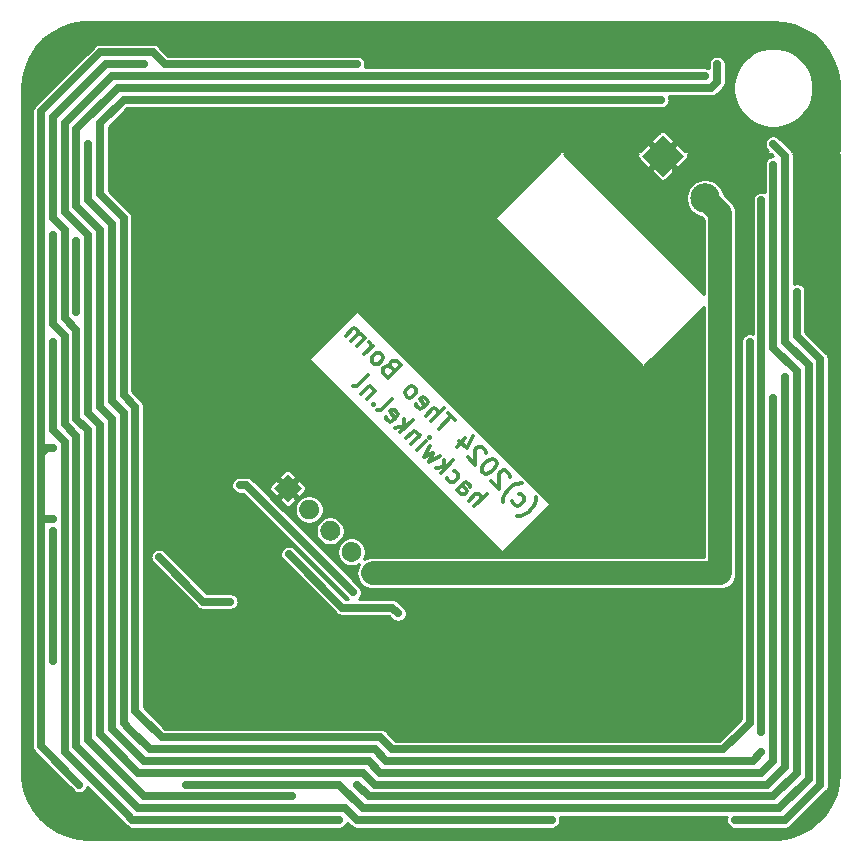
<source format=gbr>
%TF.GenerationSoftware,KiCad,Pcbnew,5.1.9+dfsg1-1+deb11u1*%
%TF.CreationDate,2024-07-25T19:41:34+02:00*%
%TF.ProjectId,label1,6c616265-6c31-42e6-9b69-6361645f7063,rev?*%
%TF.SameCoordinates,Original*%
%TF.FileFunction,Copper,L2,Bot*%
%TF.FilePolarity,Positive*%
%FSLAX46Y46*%
G04 Gerber Fmt 4.6, Leading zero omitted, Abs format (unit mm)*
G04 Created by KiCad (PCBNEW 5.1.9+dfsg1-1+deb11u1) date 2024-07-25 19:41:34*
%MOMM*%
%LPD*%
G01*
G04 APERTURE LIST*
%TA.AperFunction,NonConductor*%
%ADD10C,0.300000*%
%TD*%
%TA.AperFunction,ComponentPad*%
%ADD11C,2.500000*%
%TD*%
%TA.AperFunction,ComponentPad*%
%ADD12C,0.100000*%
%TD*%
%TA.AperFunction,ViaPad*%
%ADD13C,0.500000*%
%TD*%
%TA.AperFunction,Conductor*%
%ADD14C,0.700000*%
%TD*%
%TA.AperFunction,Conductor*%
%ADD15C,2.000000*%
%TD*%
%TA.AperFunction,Conductor*%
%ADD16C,0.250000*%
%TD*%
%TA.AperFunction,Conductor*%
%ADD17C,0.100000*%
%TD*%
G04 APERTURE END LIST*
D10*
X62316029Y-62280674D02*
X62417044Y-62280674D01*
X62669583Y-62230166D01*
X62821105Y-62179659D01*
X63023136Y-62078644D01*
X63326182Y-61876613D01*
X63528212Y-61674583D01*
X63730243Y-61371537D01*
X63831258Y-61169506D01*
X63881766Y-61017983D01*
X63932273Y-60765445D01*
X63932273Y-60664430D01*
X61911968Y-60967476D02*
X61962476Y-61118999D01*
X62164506Y-61321029D01*
X62316029Y-61371537D01*
X62417044Y-61371537D01*
X62568567Y-61321029D01*
X62871613Y-61017983D01*
X62922121Y-60866461D01*
X62922121Y-60765445D01*
X62871613Y-60613922D01*
X62669583Y-60411892D01*
X62518060Y-60361384D01*
X61103846Y-61068491D02*
X61103846Y-60967476D01*
X61154354Y-60714938D01*
X61204861Y-60563415D01*
X61305877Y-60361384D01*
X61507907Y-60058339D01*
X61709938Y-59856308D01*
X62012983Y-59654277D01*
X62215014Y-59553262D01*
X62366537Y-59502755D01*
X62619075Y-59452247D01*
X62720090Y-59452247D01*
X61709938Y-58947171D02*
X61709938Y-58846155D01*
X61659430Y-58694633D01*
X61406892Y-58442094D01*
X61255369Y-58391587D01*
X61154354Y-58391587D01*
X61002831Y-58442094D01*
X60901816Y-58543110D01*
X60800800Y-58745140D01*
X60800800Y-59957323D01*
X60144201Y-59300724D01*
X60548262Y-57583465D02*
X60447247Y-57482450D01*
X60295724Y-57431942D01*
X60194709Y-57431942D01*
X60043186Y-57482450D01*
X59790648Y-57633972D01*
X59538110Y-57886511D01*
X59386587Y-58139049D01*
X59336079Y-58290572D01*
X59336079Y-58391587D01*
X59386587Y-58543110D01*
X59487602Y-58644125D01*
X59639125Y-58694633D01*
X59740140Y-58694633D01*
X59891663Y-58644125D01*
X60144201Y-58492602D01*
X60396739Y-58240064D01*
X60548262Y-57987526D01*
X60598770Y-57836003D01*
X60598770Y-57734988D01*
X60548262Y-57583465D01*
X59689633Y-56926866D02*
X59689633Y-56825850D01*
X59639125Y-56674327D01*
X59386587Y-56421789D01*
X59235064Y-56371282D01*
X59134049Y-56371282D01*
X58982526Y-56421789D01*
X58881511Y-56522805D01*
X58780495Y-56724835D01*
X58780495Y-57937018D01*
X58123896Y-57280419D01*
X57921866Y-55664175D02*
X57214759Y-56371282D01*
X58578465Y-55512652D02*
X58073388Y-56522805D01*
X57416789Y-55866205D01*
X57063236Y-54098438D02*
X56457144Y-53492347D01*
X55699530Y-54856053D02*
X56760190Y-53795393D01*
X55042931Y-54199454D02*
X56103591Y-53138794D01*
X54588362Y-53744885D02*
X55143946Y-53189301D01*
X55295469Y-53138794D01*
X55446992Y-53189301D01*
X55598515Y-53340824D01*
X55649022Y-53492347D01*
X55649022Y-53593362D01*
X53729733Y-52785240D02*
X53780240Y-52936763D01*
X53982271Y-53138794D01*
X54133794Y-53189301D01*
X54285316Y-53138794D01*
X54689377Y-52734733D01*
X54739885Y-52583210D01*
X54689377Y-52431687D01*
X54487347Y-52229656D01*
X54335824Y-52179149D01*
X54184301Y-52229656D01*
X54083286Y-52330672D01*
X54487347Y-52936763D01*
X53022626Y-52179149D02*
X53174149Y-52229656D01*
X53275164Y-52229656D01*
X53426687Y-52179149D01*
X53729733Y-51876103D01*
X53780240Y-51724580D01*
X53780240Y-51623565D01*
X53729733Y-51472042D01*
X53578210Y-51320519D01*
X53426687Y-51270011D01*
X53325672Y-51270011D01*
X53174149Y-51320519D01*
X52871103Y-51623565D01*
X52820595Y-51775088D01*
X52820595Y-51876103D01*
X52871103Y-52027626D01*
X53022626Y-52179149D01*
X51608412Y-49653767D02*
X51406382Y-49552752D01*
X51305366Y-49552752D01*
X51153844Y-49603260D01*
X51002321Y-49754783D01*
X50951813Y-49906305D01*
X50951813Y-50007321D01*
X51002321Y-50158844D01*
X51406382Y-50562905D01*
X52467042Y-49502244D01*
X52113488Y-49148691D01*
X51961966Y-49098183D01*
X51860950Y-49098183D01*
X51709427Y-49148691D01*
X51608412Y-49249706D01*
X51557905Y-49401229D01*
X51557905Y-49502244D01*
X51608412Y-49653767D01*
X51961966Y-50007321D01*
X50194199Y-49350722D02*
X50345722Y-49401229D01*
X50446737Y-49401229D01*
X50598260Y-49350722D01*
X50901305Y-49047676D01*
X50951813Y-48896153D01*
X50951813Y-48795138D01*
X50901305Y-48643615D01*
X50749783Y-48492092D01*
X50598260Y-48441584D01*
X50497244Y-48441584D01*
X50345722Y-48492092D01*
X50042676Y-48795138D01*
X49992168Y-48946661D01*
X49992168Y-49047676D01*
X50042676Y-49199199D01*
X50194199Y-49350722D01*
X49386077Y-48542600D02*
X50093183Y-47835493D01*
X49891153Y-48037523D02*
X49941660Y-47886000D01*
X49941660Y-47784985D01*
X49891153Y-47633462D01*
X49790138Y-47532447D01*
X48729477Y-47886000D02*
X49436584Y-47178894D01*
X49335569Y-47279909D02*
X49335569Y-47178894D01*
X49285061Y-47027371D01*
X49133538Y-46875848D01*
X48982016Y-46825340D01*
X48830493Y-46875848D01*
X48274909Y-47431432D01*
X48830493Y-46875848D02*
X48881000Y-46724325D01*
X48830493Y-46572802D01*
X48678970Y-46421279D01*
X48527447Y-46370772D01*
X48375924Y-46421279D01*
X47820340Y-46976863D01*
X58669379Y-61432146D02*
X59730039Y-60371486D01*
X58214810Y-60977577D02*
X58770394Y-60421993D01*
X58921917Y-60371486D01*
X59073440Y-60421993D01*
X59224963Y-60573516D01*
X59275470Y-60725039D01*
X59275470Y-60826054D01*
X57255165Y-60017932D02*
X57810749Y-59462348D01*
X57962272Y-59411841D01*
X58113795Y-59462348D01*
X58315825Y-59664379D01*
X58366333Y-59815902D01*
X57305673Y-59967424D02*
X57356180Y-60118947D01*
X57608719Y-60371486D01*
X57760241Y-60421993D01*
X57911764Y-60371486D01*
X58012780Y-60270470D01*
X58063287Y-60118947D01*
X58012780Y-59967424D01*
X57760241Y-59714886D01*
X57709734Y-59563363D01*
X56346028Y-59007780D02*
X56396536Y-59159302D01*
X56598566Y-59361333D01*
X56750089Y-59411841D01*
X56851104Y-59411841D01*
X57002627Y-59361333D01*
X57305673Y-59058287D01*
X57356180Y-58906764D01*
X57356180Y-58805749D01*
X57305673Y-58654226D01*
X57103642Y-58452196D01*
X56952119Y-58401688D01*
X55840952Y-58603719D02*
X56901612Y-57543058D01*
X56143997Y-58098642D02*
X55436891Y-58199658D01*
X56143997Y-57492551D02*
X56143997Y-58300673D01*
X55790444Y-57138997D02*
X54881307Y-57644074D01*
X55184352Y-56936967D01*
X54477246Y-57240013D01*
X54982322Y-56330875D01*
X53871154Y-56633921D02*
X54578261Y-55926814D01*
X54931814Y-55573261D02*
X54931814Y-55674276D01*
X54830799Y-55674276D01*
X54830799Y-55573261D01*
X54931814Y-55573261D01*
X54830799Y-55674276D01*
X54073185Y-55421738D02*
X53366078Y-56128845D01*
X53972169Y-55522753D02*
X53972169Y-55421738D01*
X53921662Y-55270215D01*
X53770139Y-55118692D01*
X53618616Y-55068185D01*
X53467093Y-55118692D01*
X52911509Y-55674276D01*
X52406433Y-55169200D02*
X53467093Y-54108540D01*
X52709479Y-54664124D02*
X52002372Y-54765139D01*
X52709479Y-54058032D02*
X52709479Y-54866154D01*
X51194250Y-53856002D02*
X51244758Y-54007524D01*
X51446788Y-54209555D01*
X51598311Y-54260063D01*
X51749834Y-54209555D01*
X52153895Y-53805494D01*
X52204402Y-53653971D01*
X52153895Y-53502448D01*
X51951864Y-53300418D01*
X51800341Y-53249910D01*
X51648819Y-53300418D01*
X51547803Y-53401433D01*
X51951864Y-54007524D01*
X50487143Y-53249910D02*
X50638666Y-53300418D01*
X50790189Y-53249910D01*
X51699326Y-52340773D01*
X50184097Y-52744834D02*
X50083082Y-52744834D01*
X50083082Y-52845849D01*
X50184097Y-52845849D01*
X50184097Y-52744834D01*
X50083082Y-52845849D01*
X50285113Y-51633666D02*
X49578006Y-52340773D01*
X50184097Y-51734681D02*
X50184097Y-51633666D01*
X50133590Y-51482143D01*
X49982067Y-51330620D01*
X49830544Y-51280113D01*
X49679021Y-51330620D01*
X49123437Y-51886204D01*
X48466838Y-51229605D02*
X48618361Y-51280113D01*
X48769884Y-51229605D01*
X49679021Y-50320468D01*
D11*
%TO.P,J2,2*%
%TO.N,+5V*%
X78242102Y-35352102D03*
%TA.AperFunction,ComponentPad*%
D12*
%TO.P,J2,1*%
%TO.N,GND*%
G36*
X72882233Y-31760000D02*
G01*
X74650000Y-29992233D01*
X76417767Y-31760000D01*
X74650000Y-33527767D01*
X72882233Y-31760000D01*
G37*
%TD.AperFunction*%
%TD*%
%TO.P,J1,5*%
%TO.N,+5V*%
%TA.AperFunction,ComponentPad*%
G36*
G01*
X49491062Y-67693144D02*
X49491062Y-67693144D01*
G75*
G02*
X49491062Y-66491062I601041J601041D01*
G01*
X49491062Y-66491062D01*
G75*
G02*
X50693144Y-66491062I601041J-601041D01*
G01*
X50693144Y-66491062D01*
G75*
G02*
X50693144Y-67693144I-601041J-601041D01*
G01*
X50693144Y-67693144D01*
G75*
G02*
X49491062Y-67693144I-601041J601041D01*
G01*
G37*
%TD.AperFunction*%
%TO.P,J1,4*%
%TO.N,Net-(J1-Pad4)*%
%TA.AperFunction,ComponentPad*%
G36*
G01*
X47695011Y-65897093D02*
X47695011Y-65897093D01*
G75*
G02*
X47695011Y-64695011I601041J601041D01*
G01*
X47695011Y-64695011D01*
G75*
G02*
X48897093Y-64695011I601041J-601041D01*
G01*
X48897093Y-64695011D01*
G75*
G02*
X48897093Y-65897093I-601041J-601041D01*
G01*
X48897093Y-65897093D01*
G75*
G02*
X47695011Y-65897093I-601041J601041D01*
G01*
G37*
%TD.AperFunction*%
%TO.P,J1,3*%
%TO.N,Net-(J1-Pad3)*%
%TA.AperFunction,ComponentPad*%
G36*
G01*
X45898959Y-64101041D02*
X45898959Y-64101041D01*
G75*
G02*
X45898959Y-62898959I601041J601041D01*
G01*
X45898959Y-62898959D01*
G75*
G02*
X47101041Y-62898959I601041J-601041D01*
G01*
X47101041Y-62898959D01*
G75*
G02*
X47101041Y-64101041I-601041J-601041D01*
G01*
X47101041Y-64101041D01*
G75*
G02*
X45898959Y-64101041I-601041J601041D01*
G01*
G37*
%TD.AperFunction*%
%TO.P,J1,2*%
%TO.N,Net-(J1-Pad2)*%
%TA.AperFunction,ComponentPad*%
G36*
G01*
X44102908Y-62304990D02*
X44102908Y-62304990D01*
G75*
G02*
X44102908Y-61102908I601041J601041D01*
G01*
X44102908Y-61102908D01*
G75*
G02*
X45304990Y-61102908I601041J-601041D01*
G01*
X45304990Y-61102908D01*
G75*
G02*
X45304990Y-62304990I-601041J-601041D01*
G01*
X45304990Y-62304990D01*
G75*
G02*
X44102908Y-62304990I-601041J601041D01*
G01*
G37*
%TD.AperFunction*%
%TA.AperFunction,ComponentPad*%
%TO.P,J1,1*%
%TO.N,GND*%
G36*
X42907898Y-61109980D02*
G01*
X41705816Y-59907898D01*
X42907898Y-58705816D01*
X44109980Y-59907898D01*
X42907898Y-61109980D01*
G37*
%TD.AperFunction*%
%TD*%
D13*
%TO.N,GND*%
X37750000Y-65000000D03*
X40000012Y-62750000D03*
X50500000Y-72250000D03*
X22000000Y-85000000D03*
X25000000Y-88000000D03*
X47000000Y-76000000D03*
X58000000Y-79000000D03*
X89000000Y-81000000D03*
X81000000Y-89000000D03*
X88000000Y-46000000D03*
X88000000Y-28000000D03*
X82000000Y-22000000D03*
X86000000Y-22000000D03*
X88000000Y-24000000D03*
X73000000Y-22000000D03*
X64000000Y-22000000D03*
X46000000Y-22000000D03*
X79000000Y-31000000D03*
X32000000Y-50000000D03*
X24000000Y-22000000D03*
X22000000Y-24000000D03*
X29000000Y-29000000D03*
X21000000Y-37000000D03*
X21000000Y-73000000D03*
%TO.N,Net-(D1-Pad1)*%
X23000000Y-74500000D03*
X23000000Y-63500000D03*
%TO.N,Net-(D10-Pad2)*%
X44500002Y-81000000D03*
X82000000Y-56500000D03*
X82000000Y-47500000D03*
X71500004Y-82000000D03*
X30500001Y-79250001D03*
X30000000Y-64500000D03*
X81250000Y-80500006D03*
X29500000Y-27000000D03*
X38500000Y-27000000D03*
X47500000Y-27000000D03*
X56500000Y-27000000D03*
X65500000Y-27000000D03*
X74500000Y-27000000D03*
%TO.N,Net-(D10-Pad1)*%
X53750000Y-87000000D03*
X44500000Y-85000000D03*
X34250000Y-85000000D03*
X38500000Y-85000000D03*
X25250000Y-85000000D03*
X87000000Y-73500000D03*
X87000000Y-65500000D03*
X85000000Y-39750000D03*
X84000000Y-30750000D03*
X23000000Y-56500000D03*
X23000000Y-62500000D03*
X48750000Y-23999980D03*
%TO.N,+5V*%
X38850000Y-59650000D03*
X48467103Y-68717103D03*
%TO.N,Net-(U1-Pad10)*%
X43000000Y-65500000D03*
X52250000Y-70500000D03*
%TO.N,Net-(D1-Pad6)*%
X27999999Y-38499999D03*
X29500000Y-80250000D03*
X29000000Y-71500000D03*
X29000000Y-65500000D03*
X26000010Y-30750000D03*
X83000000Y-82250000D03*
%TO.N,Net-(D1-Pad5)*%
X23000000Y-44500036D03*
X65250002Y-88000000D03*
X80750002Y-88000002D03*
X24999995Y-70250005D03*
X25000000Y-79250000D03*
X86000000Y-43250000D03*
X23000000Y-38500004D03*
%TO.N,Net-(D1-Pad4)*%
X23000000Y-47500000D03*
X25000000Y-45000000D03*
X83000000Y-44499996D03*
X83000000Y-71500008D03*
X47250000Y-88000000D03*
X38250002Y-88000000D03*
X24000000Y-72500000D03*
X29250000Y-87500000D03*
X83000000Y-35500000D03*
X83000000Y-80499988D03*
X25000000Y-39000000D03*
%TO.N,Net-(D10-Pad6)*%
X25000000Y-48750000D03*
X86000000Y-74499994D03*
X86000000Y-71500000D03*
X55250000Y-86000000D03*
X48750000Y-85000012D03*
X36499989Y-85999989D03*
X43250000Y-86000000D03*
X84000000Y-41500000D03*
X84000010Y-32500000D03*
X26000000Y-57750014D03*
X30750000Y-24000000D03*
%TO.N,Net-(D10-Pad3)*%
X39750000Y-84000000D03*
X30750000Y-84000000D03*
X85000000Y-59500000D03*
X85000000Y-50499994D03*
X72750000Y-85000000D03*
X45750003Y-84000003D03*
X27000000Y-74500000D03*
X27000000Y-65500000D03*
X32500000Y-25000000D03*
X41500000Y-25000000D03*
X50500000Y-25000000D03*
X59500000Y-25000000D03*
X70250000Y-25000000D03*
X78250005Y-25000005D03*
%TO.N,Net-(R12-Pad1)*%
X38008471Y-69491529D03*
X32000000Y-65750000D03*
%TO.N,Net-(D14-Pad3)*%
X38500000Y-83000000D03*
X79250000Y-24000000D03*
X84000000Y-61250000D03*
X84000000Y-52250000D03*
X72750000Y-84000000D03*
X66749996Y-84000000D03*
X61249994Y-84000000D03*
X52250000Y-84000000D03*
X27999996Y-62500000D03*
X27500000Y-53500010D03*
X34250000Y-26000000D03*
X43250000Y-26000000D03*
X52250000Y-26000012D03*
X61250000Y-26000000D03*
X71500000Y-26000000D03*
%TD*%
D14*
%TO.N,GND*%
X40000000Y-62750000D02*
X40000012Y-62750000D01*
X37750000Y-65000000D02*
X39250000Y-63500000D01*
X39250000Y-63500000D02*
X40000000Y-62750000D01*
X49250000Y-71000000D02*
X50500000Y-72250000D01*
X46750000Y-71000000D02*
X49250000Y-71000000D01*
X39250000Y-63500000D02*
X46750000Y-71000000D01*
%TO.N,Net-(D1-Pad1)*%
X23000000Y-64249976D02*
X23000000Y-63500000D01*
X23000000Y-74500000D02*
X23000000Y-64249976D01*
%TO.N,Net-(D10-Pad2)*%
X82000000Y-56146447D02*
X82000000Y-47500000D01*
X82000000Y-56500000D02*
X82000000Y-56146447D01*
X50750000Y-81000000D02*
X51750000Y-82000000D01*
X51750000Y-82000000D02*
X71500004Y-82000000D01*
X44500002Y-81000000D02*
X50750000Y-81000000D01*
X44500002Y-81000000D02*
X32250000Y-81000000D01*
X32250000Y-81000000D02*
X30500001Y-79250001D01*
X30000000Y-78750000D02*
X30000000Y-64500000D01*
X30500001Y-79250001D02*
X30000000Y-78750000D01*
X71500004Y-82000000D02*
X79750006Y-82000000D01*
X82000000Y-79750006D02*
X81250000Y-80500006D01*
X82000000Y-56500000D02*
X82000000Y-79750006D01*
X79750006Y-82000000D02*
X81250000Y-80500006D01*
X29000000Y-27000000D02*
X29500000Y-27000000D01*
X27000000Y-29000000D02*
X29000000Y-27000000D01*
X29000000Y-37000000D02*
X27000000Y-35000000D01*
X29000000Y-52000000D02*
X29000000Y-37000000D01*
X30000000Y-53000000D02*
X29000000Y-52000000D01*
X27000000Y-35000000D02*
X27000000Y-29000000D01*
X30000000Y-64500000D02*
X30000000Y-53000000D01*
X29500000Y-27000000D02*
X38500000Y-27000000D01*
X38500000Y-27000000D02*
X47500000Y-27000000D01*
X47500000Y-27000000D02*
X56500000Y-27000000D01*
X56500000Y-27000000D02*
X65500000Y-27000000D01*
X65500000Y-27000000D02*
X74500000Y-27000000D01*
%TO.N,Net-(D10-Pad1)*%
X34250000Y-85000000D02*
X38500000Y-85000000D01*
X53750000Y-87000000D02*
X49250000Y-87000000D01*
X49250000Y-87000000D02*
X47250000Y-85000000D01*
X47250000Y-85000000D02*
X38500000Y-85000000D01*
X53750000Y-87000000D02*
X84500000Y-87000000D01*
X84500000Y-87000000D02*
X87000000Y-84500000D01*
X87000000Y-84500000D02*
X87000000Y-73500000D01*
X25250000Y-85000000D02*
X22000000Y-81750000D01*
X87000000Y-73500000D02*
X87000000Y-65500000D01*
X85000000Y-47500000D02*
X85000000Y-39750000D01*
X87000000Y-49500000D02*
X85000000Y-47500000D01*
X87000000Y-65500000D02*
X87000000Y-49500000D01*
X85000000Y-39750000D02*
X85000000Y-39750000D01*
X85000000Y-31750000D02*
X85000000Y-39750000D01*
X84000000Y-30750000D02*
X85000000Y-31750000D01*
X22000000Y-56999994D02*
X22499994Y-56500000D01*
X22499994Y-56500000D02*
X23000000Y-56500000D01*
X22000000Y-62500000D02*
X23000000Y-62500000D01*
X22000000Y-81750000D02*
X22000000Y-62500000D01*
X22000000Y-62500000D02*
X22000000Y-56999994D01*
X32499980Y-23999980D02*
X48750000Y-23999980D01*
X31500000Y-23000000D02*
X32499980Y-23999980D01*
X27000000Y-23000000D02*
X31500000Y-23000000D01*
X22000000Y-28000000D02*
X27000000Y-23000000D01*
X22000000Y-56999994D02*
X22000000Y-28000000D01*
%TO.N,+5V*%
X39400000Y-59650000D02*
X48467103Y-68717103D01*
X38850000Y-59650000D02*
X39400000Y-59650000D01*
D15*
X79500000Y-36610000D02*
X78242102Y-35352102D01*
X79500000Y-67092103D02*
X79500000Y-36610000D01*
X50092103Y-67092103D02*
X79500000Y-67092103D01*
D14*
%TO.N,Net-(U1-Pad10)*%
X51750000Y-70000000D02*
X52250000Y-70500000D01*
X47500000Y-70000000D02*
X51750000Y-70000000D01*
X43000000Y-65500000D02*
X47500000Y-70000000D01*
%TO.N,Net-(D1-Pad6)*%
X29500000Y-80250000D02*
X29000000Y-79750000D01*
X29000000Y-79750000D02*
X29000000Y-71500000D01*
X29000000Y-65500000D02*
X29000000Y-71500000D01*
X29000000Y-53500000D02*
X29000000Y-65500000D01*
X27999999Y-52499999D02*
X29000000Y-53500000D01*
X27999999Y-38499999D02*
X27999999Y-52499999D01*
X26000010Y-35500010D02*
X26000010Y-30750000D01*
X27999999Y-37499999D02*
X26000010Y-35500010D01*
X27999999Y-38499999D02*
X27999999Y-37499999D01*
X31250000Y-82000000D02*
X50250000Y-82000000D01*
X29500000Y-80250000D02*
X31250000Y-82000000D01*
X51250000Y-83000000D02*
X82250000Y-83000000D01*
X50250000Y-82000000D02*
X51250000Y-83000000D01*
X82250000Y-83000000D02*
X83000000Y-82250000D01*
%TO.N,Net-(D1-Pad5)*%
X25000000Y-81750000D02*
X25000000Y-79250000D01*
X48750000Y-88000000D02*
X47750000Y-87000000D01*
X24999995Y-70250005D02*
X24999995Y-79249995D01*
X24999995Y-79249995D02*
X25000000Y-79250000D01*
X65250002Y-88000000D02*
X48750000Y-88000000D01*
X47750000Y-87000000D02*
X30250000Y-87000000D01*
X30250000Y-87000000D02*
X25000000Y-81750000D01*
X86000000Y-47000000D02*
X86000000Y-43250000D01*
X88000000Y-49000000D02*
X86000000Y-47000000D01*
X88000000Y-85000000D02*
X88000000Y-49000000D01*
X84999998Y-88000002D02*
X88000000Y-85000000D01*
X80750002Y-88000002D02*
X84999998Y-88000002D01*
X24999995Y-55499995D02*
X24999995Y-63204382D01*
X24000000Y-47000000D02*
X24000000Y-54500000D01*
X23000000Y-46000000D02*
X24000000Y-47000000D01*
X24999995Y-63204382D02*
X24999995Y-70250005D01*
X24000000Y-54500000D02*
X24999995Y-55499995D01*
X23000000Y-44500036D02*
X23000000Y-46000000D01*
X23000000Y-44500036D02*
X23000000Y-38500004D01*
%TO.N,Net-(D1-Pad4)*%
X83000000Y-44499996D02*
X83000000Y-71500008D01*
X47250000Y-88000000D02*
X46896447Y-88000000D01*
X46896447Y-88000000D02*
X38250002Y-88000000D01*
X24000000Y-72500000D02*
X24000000Y-82250000D01*
X29750000Y-88000000D02*
X29250000Y-87500000D01*
X24000000Y-82250000D02*
X29250000Y-87500000D01*
X38250002Y-88000000D02*
X29750000Y-88000000D01*
X83000000Y-44499996D02*
X83000000Y-44146443D01*
X83000000Y-44146443D02*
X83000000Y-35500000D01*
X83000000Y-71500008D02*
X83000000Y-80499988D01*
X24000000Y-63750000D02*
X24000000Y-72500000D01*
X24000000Y-55988597D02*
X24000000Y-63750000D01*
X23000000Y-54988597D02*
X24000000Y-55988597D01*
X23000000Y-47500000D02*
X23000000Y-54988597D01*
X25000000Y-45000000D02*
X25000000Y-39000000D01*
%TO.N,Net-(D10-Pad6)*%
X86000000Y-84000000D02*
X84000000Y-86000000D01*
X86000000Y-74499994D02*
X86000000Y-84000000D01*
X84000000Y-86000000D02*
X55250000Y-86000000D01*
X55250000Y-86000000D02*
X49749988Y-86000000D01*
X49749988Y-86000000D02*
X48750000Y-85000012D01*
X43249989Y-85999989D02*
X43250000Y-86000000D01*
X36499989Y-85999989D02*
X43249989Y-85999989D01*
X86000000Y-74499994D02*
X86000000Y-71500000D01*
X84000000Y-32500010D02*
X84000010Y-32500000D01*
X84000000Y-41500000D02*
X84000000Y-32500010D01*
X84000000Y-48000000D02*
X84000000Y-41500000D01*
X86000000Y-50000000D02*
X84000000Y-48000000D01*
X86000000Y-71500000D02*
X86000000Y-50000000D01*
X36499989Y-85999989D02*
X30749989Y-85999989D01*
X25000000Y-54000000D02*
X26000000Y-55000000D01*
X25000000Y-48750000D02*
X25000000Y-54000000D01*
X26000000Y-81250000D02*
X26000000Y-55000000D01*
X30749989Y-85999989D02*
X26000000Y-81250000D01*
X27500000Y-24000000D02*
X30750000Y-24000000D01*
X23000000Y-28500000D02*
X27500000Y-24000000D01*
X23000000Y-37000000D02*
X23000000Y-28500000D01*
X24000000Y-38000000D02*
X23000000Y-37000000D01*
X24000000Y-45500000D02*
X24000000Y-38000000D01*
X25000000Y-46500000D02*
X24000000Y-45500000D01*
X25000000Y-48750000D02*
X25000000Y-46500000D01*
%TO.N,Net-(D10-Pad3)*%
X39750000Y-84000000D02*
X30750000Y-84000000D01*
X85000000Y-59500000D02*
X85000000Y-59146447D01*
X85000000Y-59146447D02*
X85000000Y-50499994D01*
X78750000Y-85000000D02*
X72750000Y-85000000D01*
X83500000Y-85000000D02*
X78750000Y-85000000D01*
X85000000Y-83500000D02*
X83500000Y-85000000D01*
X85000000Y-59500000D02*
X85000000Y-83500000D01*
X49250003Y-84000003D02*
X45750003Y-84000003D01*
X50250000Y-85000000D02*
X49250003Y-84000003D01*
X45750000Y-84000000D02*
X45750003Y-84000003D01*
X72750000Y-85000000D02*
X50250000Y-85000000D01*
X39750000Y-84000000D02*
X45750000Y-84000000D01*
X30250000Y-84000000D02*
X27000000Y-80750000D01*
X30750000Y-84000000D02*
X30250000Y-84000000D01*
X27000000Y-80750000D02*
X27000000Y-74500000D01*
X27000000Y-74146447D02*
X27000000Y-65500000D01*
X27000000Y-74500000D02*
X27000000Y-74146447D01*
X27000000Y-54522820D02*
X26000000Y-53522820D01*
X26000000Y-53522820D02*
X26000000Y-38500000D01*
X26000000Y-38500000D02*
X24000000Y-36500000D01*
X27000000Y-65500000D02*
X27000000Y-54522820D01*
X24000000Y-36500000D02*
X24000000Y-29000000D01*
X24000000Y-29000000D02*
X28000000Y-25000000D01*
X28000000Y-25000000D02*
X32500000Y-25000000D01*
X32500000Y-25000000D02*
X41500000Y-25000000D01*
X41500000Y-25000000D02*
X50500000Y-25000000D01*
X50500000Y-25000000D02*
X59500000Y-25000000D01*
X59500000Y-25000000D02*
X70250000Y-25000000D01*
X70250000Y-25000000D02*
X78250000Y-25000000D01*
X78250000Y-25000000D02*
X78250005Y-25000005D01*
%TO.N,Net-(R12-Pad1)*%
X35741529Y-69491529D02*
X32000000Y-65750000D01*
X38008471Y-69491529D02*
X35741529Y-69491529D01*
%TO.N,Net-(D14-Pad3)*%
X84000000Y-61250000D02*
X84000000Y-60896447D01*
X84000000Y-60896447D02*
X84000000Y-52250000D01*
X83000000Y-84000000D02*
X72750000Y-84000000D01*
X84000000Y-61250000D02*
X84000000Y-83000000D01*
X84000000Y-83000000D02*
X83000000Y-84000000D01*
X72750000Y-84000000D02*
X66749996Y-84000000D01*
X66749996Y-84000000D02*
X61249994Y-84000000D01*
X61249994Y-84000000D02*
X52250000Y-84000000D01*
X50750000Y-84000000D02*
X52250000Y-84000000D01*
X49750000Y-83000000D02*
X50750000Y-84000000D01*
X38500000Y-83000000D02*
X49750000Y-83000000D01*
X27999996Y-80249996D02*
X27999996Y-62500000D01*
X38500000Y-83000000D02*
X30750000Y-83000000D01*
X30750000Y-83000000D02*
X27999996Y-80249996D01*
X27999996Y-54000006D02*
X27500000Y-53500010D01*
X27999996Y-62500000D02*
X27999996Y-54000006D01*
X28500000Y-26000000D02*
X34250000Y-26000000D01*
X27500000Y-53500010D02*
X27000000Y-53000010D01*
X27000000Y-53000010D02*
X27000000Y-38000000D01*
X27000000Y-38000000D02*
X25000000Y-36000000D01*
X25000000Y-36000000D02*
X25000000Y-29500000D01*
X25000000Y-29500000D02*
X28500000Y-26000000D01*
X34250000Y-26000000D02*
X43250000Y-26000000D01*
X43250000Y-26000000D02*
X52249988Y-26000000D01*
X52249988Y-26000000D02*
X52250000Y-26000012D01*
X52250000Y-26000012D02*
X61249988Y-26000012D01*
X61249988Y-26000012D02*
X61250000Y-26000000D01*
X61250000Y-26000000D02*
X71500000Y-26000000D01*
X79250000Y-25500000D02*
X78750000Y-26000000D01*
X78750000Y-26000000D02*
X71500000Y-26000000D01*
X79250000Y-24000000D02*
X79250000Y-25500000D01*
%TD*%
D16*
%TO.N,GND*%
X84914405Y-20476527D02*
X85804253Y-20700042D01*
X86645645Y-21065888D01*
X87415992Y-21564249D01*
X88094590Y-22181726D01*
X88663234Y-22901754D01*
X89106641Y-23704983D01*
X89412906Y-24569850D01*
X89575034Y-25480029D01*
X89600000Y-26009428D01*
X89600000Y-31375000D01*
X85621627Y-31375000D01*
X85605732Y-31345263D01*
X85537830Y-31262525D01*
X85537823Y-31262518D01*
X85515131Y-31234868D01*
X85487482Y-31212177D01*
X84487474Y-30212170D01*
X84404736Y-30144269D01*
X84278787Y-30076947D01*
X84142124Y-30035492D01*
X84000000Y-30021494D01*
X83857876Y-30035492D01*
X83721213Y-30076947D01*
X83595264Y-30144269D01*
X83484868Y-30234868D01*
X83394269Y-30345264D01*
X83326947Y-30471213D01*
X83285492Y-30607876D01*
X83271494Y-30750000D01*
X83285492Y-30892124D01*
X83326947Y-31028787D01*
X83394269Y-31154736D01*
X83462170Y-31237474D01*
X83599696Y-31375000D01*
X76565245Y-31375000D01*
X75953728Y-30765631D01*
X75821146Y-30765631D01*
X75211777Y-31375000D01*
X74858223Y-31375000D01*
X75644369Y-30588854D01*
X75644369Y-30456272D01*
X74916448Y-29725785D01*
X74859347Y-29678923D01*
X74794201Y-29644102D01*
X74723512Y-29622659D01*
X74650000Y-29615419D01*
X74576488Y-29622659D01*
X74505799Y-29644102D01*
X74440653Y-29678923D01*
X74383552Y-29725785D01*
X73655631Y-30456272D01*
X73655631Y-30588854D01*
X74441777Y-31375000D01*
X74088223Y-31375000D01*
X73478854Y-30765631D01*
X73346272Y-30765631D01*
X72734755Y-31375000D01*
X66000000Y-31375000D01*
X65975614Y-31377402D01*
X65952165Y-31384515D01*
X65930554Y-31396066D01*
X65911612Y-31411612D01*
X60411612Y-36911612D01*
X60396066Y-36930554D01*
X60384515Y-36952165D01*
X60377402Y-36975614D01*
X60375000Y-37000000D01*
X60377402Y-37024386D01*
X60384515Y-37047835D01*
X60396066Y-37069446D01*
X60411612Y-37088388D01*
X72911612Y-49588388D01*
X72930554Y-49603934D01*
X72952165Y-49615485D01*
X72975614Y-49622598D01*
X73000000Y-49625000D01*
X73024386Y-49622598D01*
X73047835Y-49615485D01*
X73069446Y-49603934D01*
X73088388Y-49588388D01*
X78125001Y-44551775D01*
X78125000Y-65717103D01*
X50024554Y-65717103D01*
X49822556Y-65736998D01*
X49563367Y-65815622D01*
X49343742Y-65933015D01*
X49381633Y-65876307D01*
X49473976Y-65653371D01*
X49521052Y-65416704D01*
X49521052Y-65175400D01*
X49473976Y-64938733D01*
X49381633Y-64715797D01*
X49247571Y-64515160D01*
X49076944Y-64344533D01*
X48876307Y-64210471D01*
X48653371Y-64118128D01*
X48416704Y-64071052D01*
X48175400Y-64071052D01*
X47938733Y-64118128D01*
X47715797Y-64210471D01*
X47515160Y-64344533D01*
X47344533Y-64515160D01*
X47210471Y-64715797D01*
X47118128Y-64938733D01*
X47071052Y-65175400D01*
X47071052Y-65416704D01*
X47118128Y-65653371D01*
X47210471Y-65876307D01*
X47344533Y-66076944D01*
X47515160Y-66247571D01*
X47715797Y-66381633D01*
X47938733Y-66473976D01*
X48175400Y-66521052D01*
X48416704Y-66521052D01*
X48653371Y-66473976D01*
X48876307Y-66381633D01*
X48933015Y-66343742D01*
X48815622Y-66563367D01*
X48736998Y-66822556D01*
X48710450Y-67092103D01*
X48736998Y-67361650D01*
X48815622Y-67620839D01*
X48943301Y-67859708D01*
X49115127Y-68069079D01*
X49324498Y-68240905D01*
X49563367Y-68368584D01*
X49822556Y-68447208D01*
X50024554Y-68467103D01*
X79432451Y-68467103D01*
X79500000Y-68473756D01*
X79567549Y-68467103D01*
X79769547Y-68447208D01*
X80028736Y-68368584D01*
X80267605Y-68240905D01*
X80476976Y-68069079D01*
X80648802Y-67859708D01*
X80776481Y-67620839D01*
X80855105Y-67361650D01*
X80881653Y-67092103D01*
X80875000Y-67024554D01*
X80875000Y-36677538D01*
X80881652Y-36609999D01*
X80875000Y-36542460D01*
X80875000Y-36542451D01*
X80855105Y-36340453D01*
X80776481Y-36081264D01*
X80678745Y-35898414D01*
X80648802Y-35842394D01*
X80520035Y-35685492D01*
X80476976Y-35633024D01*
X80424506Y-35589963D01*
X79827499Y-34992956D01*
X79804654Y-34878107D01*
X79682159Y-34582376D01*
X79504322Y-34316225D01*
X79277979Y-34089882D01*
X79011828Y-33912045D01*
X78716097Y-33789550D01*
X78402151Y-33727102D01*
X78082053Y-33727102D01*
X77768107Y-33789550D01*
X77472376Y-33912045D01*
X77206225Y-34089882D01*
X76979882Y-34316225D01*
X76802045Y-34582376D01*
X76679550Y-34878107D01*
X76617102Y-35192053D01*
X76617102Y-35512151D01*
X76679550Y-35826097D01*
X76802045Y-36121828D01*
X76979882Y-36387979D01*
X77206225Y-36614322D01*
X77472376Y-36792159D01*
X77768107Y-36914654D01*
X77882956Y-36937499D01*
X78125001Y-37179544D01*
X78125001Y-43448225D01*
X67607922Y-32931146D01*
X73655631Y-32931146D01*
X73655631Y-33063728D01*
X74383552Y-33794215D01*
X74440653Y-33841077D01*
X74505799Y-33875898D01*
X74576488Y-33897341D01*
X74650000Y-33904581D01*
X74723512Y-33897341D01*
X74794201Y-33875898D01*
X74859347Y-33841077D01*
X74916448Y-33794215D01*
X75644369Y-33063728D01*
X75644369Y-32931146D01*
X74650000Y-31936777D01*
X73655631Y-32931146D01*
X67607922Y-32931146D01*
X66301776Y-31625000D01*
X72531311Y-31625000D01*
X72512659Y-31686488D01*
X72505419Y-31760000D01*
X72512659Y-31833512D01*
X72534102Y-31904201D01*
X72568923Y-31969347D01*
X72615785Y-32026448D01*
X73346272Y-32754369D01*
X73478854Y-32754369D01*
X74473223Y-31760000D01*
X74338223Y-31625000D01*
X74961777Y-31625000D01*
X74826777Y-31760000D01*
X75821146Y-32754369D01*
X75953728Y-32754369D01*
X76684215Y-32026448D01*
X76731077Y-31969347D01*
X76765898Y-31904201D01*
X76787341Y-31833512D01*
X76794581Y-31760000D01*
X76787341Y-31686488D01*
X76768689Y-31625000D01*
X83849696Y-31625000D01*
X83996532Y-31771836D01*
X83857886Y-31785492D01*
X83721223Y-31826947D01*
X83595274Y-31894269D01*
X83512536Y-31962170D01*
X83512524Y-31962182D01*
X83484869Y-31984878D01*
X83462173Y-32012533D01*
X83462170Y-32012536D01*
X83394269Y-32095274D01*
X83326947Y-32221223D01*
X83285492Y-32357886D01*
X83271494Y-32500010D01*
X83275001Y-32535617D01*
X83275001Y-34825798D01*
X83142125Y-34785491D01*
X83000000Y-34771493D01*
X82857876Y-34785491D01*
X82721213Y-34826947D01*
X82595264Y-34894269D01*
X82484869Y-34984868D01*
X82394270Y-35095263D01*
X82326948Y-35221212D01*
X82285492Y-35357875D01*
X82275001Y-35464393D01*
X82275000Y-44110836D01*
X82275000Y-46825798D01*
X82142125Y-46785491D01*
X82000000Y-46771493D01*
X81857876Y-46785491D01*
X81721213Y-46826947D01*
X81595264Y-46894269D01*
X81484869Y-46984868D01*
X81394270Y-47095263D01*
X81326948Y-47221212D01*
X81285492Y-47357875D01*
X81275001Y-47464393D01*
X81275000Y-56110840D01*
X81275000Y-56464394D01*
X81275001Y-79449700D01*
X80762530Y-79962172D01*
X80762525Y-79962176D01*
X79449702Y-81275000D01*
X52050305Y-81275000D01*
X51287832Y-80512528D01*
X51265132Y-80484868D01*
X51154737Y-80394269D01*
X51028788Y-80326947D01*
X50892125Y-80285491D01*
X50785607Y-80275000D01*
X50785597Y-80275000D01*
X50750000Y-80271494D01*
X50714403Y-80275000D01*
X32550305Y-80275000D01*
X31037835Y-78762531D01*
X31037831Y-78762526D01*
X30725000Y-78449696D01*
X30725000Y-65750000D01*
X31271494Y-65750000D01*
X31285492Y-65892124D01*
X31326947Y-66028787D01*
X31394269Y-66154736D01*
X31462170Y-66237474D01*
X35203701Y-69979006D01*
X35226397Y-70006661D01*
X35254052Y-70029357D01*
X35254054Y-70029359D01*
X35300772Y-70067699D01*
X35336792Y-70097260D01*
X35462741Y-70164582D01*
X35599404Y-70206038D01*
X35705922Y-70216529D01*
X35705931Y-70216529D01*
X35741528Y-70220035D01*
X35777125Y-70216529D01*
X38044078Y-70216529D01*
X38150596Y-70206038D01*
X38287259Y-70164582D01*
X38413208Y-70097260D01*
X38523603Y-70006661D01*
X38614202Y-69896266D01*
X38681524Y-69770317D01*
X38722980Y-69633654D01*
X38736978Y-69491529D01*
X38722980Y-69349404D01*
X38681524Y-69212741D01*
X38614202Y-69086792D01*
X38523603Y-68976397D01*
X38413208Y-68885798D01*
X38287259Y-68818476D01*
X38150596Y-68777020D01*
X38044078Y-68766529D01*
X36041834Y-68766529D01*
X32487474Y-65212170D01*
X32404736Y-65144269D01*
X32278787Y-65076947D01*
X32142124Y-65035492D01*
X32000000Y-65021494D01*
X31857876Y-65035492D01*
X31721213Y-65076947D01*
X31595264Y-65144269D01*
X31484868Y-65234868D01*
X31394269Y-65345264D01*
X31326947Y-65471213D01*
X31285492Y-65607876D01*
X31271494Y-65750000D01*
X30725000Y-65750000D01*
X30725000Y-59650000D01*
X38121493Y-59650000D01*
X38135491Y-59792125D01*
X38176947Y-59928788D01*
X38244269Y-60054737D01*
X38334868Y-60165132D01*
X38445263Y-60255731D01*
X38571212Y-60323053D01*
X38707875Y-60364509D01*
X38814393Y-60375000D01*
X39099696Y-60375000D01*
X47979628Y-69254933D01*
X48004080Y-69275000D01*
X47800305Y-69275000D01*
X43487474Y-64962170D01*
X43404736Y-64894269D01*
X43278787Y-64826947D01*
X43142124Y-64785492D01*
X43000000Y-64771494D01*
X42857876Y-64785492D01*
X42721213Y-64826947D01*
X42595264Y-64894269D01*
X42484868Y-64984868D01*
X42394269Y-65095264D01*
X42326947Y-65221213D01*
X42285492Y-65357876D01*
X42271494Y-65500000D01*
X42285492Y-65642124D01*
X42326947Y-65778787D01*
X42394269Y-65904736D01*
X42462170Y-65987474D01*
X46962172Y-70487477D01*
X46984868Y-70515132D01*
X47012523Y-70537828D01*
X47012525Y-70537830D01*
X47022545Y-70546053D01*
X47095263Y-70605731D01*
X47221212Y-70673053D01*
X47357875Y-70714509D01*
X47464393Y-70725000D01*
X47464402Y-70725000D01*
X47499999Y-70728506D01*
X47535596Y-70725000D01*
X51449696Y-70725000D01*
X51762525Y-71037830D01*
X51845263Y-71105731D01*
X51971212Y-71173053D01*
X52107875Y-71214508D01*
X52250000Y-71228506D01*
X52392124Y-71214508D01*
X52528787Y-71173053D01*
X52654736Y-71105731D01*
X52765132Y-71015132D01*
X52855731Y-70904736D01*
X52923053Y-70778787D01*
X52964508Y-70642124D01*
X52978506Y-70500000D01*
X52964508Y-70357875D01*
X52923053Y-70221212D01*
X52855731Y-70095263D01*
X52787830Y-70012525D01*
X52287832Y-69512528D01*
X52265132Y-69484868D01*
X52154737Y-69394269D01*
X52028788Y-69326947D01*
X51892125Y-69285491D01*
X51785607Y-69275000D01*
X51785597Y-69275000D01*
X51750000Y-69271494D01*
X51714403Y-69275000D01*
X48930125Y-69275000D01*
X48982235Y-69232235D01*
X49072834Y-69121839D01*
X49140156Y-68995890D01*
X49181611Y-68859227D01*
X49195609Y-68717102D01*
X49181611Y-68574978D01*
X49140156Y-68438315D01*
X49072834Y-68312366D01*
X49004933Y-68229628D01*
X44154653Y-63379348D01*
X45275000Y-63379348D01*
X45275000Y-63620652D01*
X45322076Y-63857319D01*
X45414419Y-64080255D01*
X45548481Y-64280892D01*
X45719108Y-64451519D01*
X45919745Y-64585581D01*
X46142681Y-64677924D01*
X46379348Y-64725000D01*
X46620652Y-64725000D01*
X46857319Y-64677924D01*
X47080255Y-64585581D01*
X47280892Y-64451519D01*
X47451519Y-64280892D01*
X47585581Y-64080255D01*
X47677924Y-63857319D01*
X47725000Y-63620652D01*
X47725000Y-63379348D01*
X47677924Y-63142681D01*
X47585581Y-62919745D01*
X47451519Y-62719108D01*
X47280892Y-62548481D01*
X47080255Y-62414419D01*
X46857319Y-62322076D01*
X46620652Y-62275000D01*
X46379348Y-62275000D01*
X46142681Y-62322076D01*
X45919745Y-62414419D01*
X45719108Y-62548481D01*
X45548481Y-62719108D01*
X45414419Y-62919745D01*
X45322076Y-63142681D01*
X45275000Y-63379348D01*
X44154653Y-63379348D01*
X42358602Y-61583297D01*
X43478949Y-61583297D01*
X43478949Y-61824601D01*
X43526025Y-62061268D01*
X43618368Y-62284204D01*
X43752430Y-62484841D01*
X43923057Y-62655468D01*
X44123694Y-62789530D01*
X44346630Y-62881873D01*
X44583297Y-62928949D01*
X44824601Y-62928949D01*
X45061268Y-62881873D01*
X45284204Y-62789530D01*
X45484841Y-62655468D01*
X45655468Y-62484841D01*
X45789530Y-62284204D01*
X45881873Y-62061268D01*
X45928949Y-61824601D01*
X45928949Y-61583297D01*
X45881873Y-61346630D01*
X45789530Y-61123694D01*
X45655468Y-60923057D01*
X45484841Y-60752430D01*
X45284204Y-60618368D01*
X45061268Y-60526025D01*
X44824601Y-60478949D01*
X44583297Y-60478949D01*
X44346630Y-60526025D01*
X44123694Y-60618368D01*
X43923057Y-60752430D01*
X43752430Y-60923057D01*
X43618368Y-61123694D01*
X43526025Y-61346630D01*
X43478949Y-61583297D01*
X42358602Y-61583297D01*
X41571506Y-60796201D01*
X42196372Y-60796201D01*
X42196372Y-60928783D01*
X42641450Y-61376427D01*
X42698551Y-61423289D01*
X42763697Y-61458110D01*
X42834386Y-61479553D01*
X42907898Y-61486794D01*
X42981410Y-61479553D01*
X43052099Y-61458110D01*
X43117245Y-61423289D01*
X43174346Y-61376427D01*
X43619424Y-60928783D01*
X43619424Y-60796201D01*
X42907898Y-60084675D01*
X42196372Y-60796201D01*
X41571506Y-60796201D01*
X40683203Y-59907898D01*
X41329002Y-59907898D01*
X41336243Y-59981410D01*
X41357686Y-60052099D01*
X41392507Y-60117245D01*
X41439369Y-60174346D01*
X41887013Y-60619424D01*
X42019595Y-60619424D01*
X42731121Y-59907898D01*
X43084675Y-59907898D01*
X43796201Y-60619424D01*
X43928783Y-60619424D01*
X44376427Y-60174346D01*
X44423289Y-60117245D01*
X44458110Y-60052099D01*
X44479553Y-59981410D01*
X44486794Y-59907898D01*
X44479553Y-59834386D01*
X44458110Y-59763697D01*
X44423289Y-59698551D01*
X44376427Y-59641450D01*
X43928783Y-59196372D01*
X43796201Y-59196372D01*
X43084675Y-59907898D01*
X42731121Y-59907898D01*
X42019595Y-59196372D01*
X41887013Y-59196372D01*
X41439369Y-59641450D01*
X41392507Y-59698551D01*
X41357686Y-59763697D01*
X41336243Y-59834386D01*
X41329002Y-59907898D01*
X40683203Y-59907898D01*
X39937832Y-59162528D01*
X39915132Y-59134868D01*
X39804737Y-59044269D01*
X39678788Y-58976947D01*
X39542125Y-58935491D01*
X39435607Y-58925000D01*
X39435597Y-58925000D01*
X39400000Y-58921494D01*
X39364403Y-58925000D01*
X38814393Y-58925000D01*
X38707875Y-58935491D01*
X38571212Y-58976947D01*
X38445263Y-59044269D01*
X38334868Y-59134868D01*
X38244269Y-59245263D01*
X38176947Y-59371212D01*
X38135491Y-59507875D01*
X38121493Y-59650000D01*
X30725000Y-59650000D01*
X30725000Y-58887013D01*
X42196372Y-58887013D01*
X42196372Y-59019595D01*
X42907898Y-59731121D01*
X43619424Y-59019595D01*
X43619424Y-58887013D01*
X43174346Y-58439369D01*
X43117245Y-58392507D01*
X43052099Y-58357686D01*
X42981410Y-58336243D01*
X42907898Y-58329002D01*
X42834386Y-58336243D01*
X42763697Y-58357686D01*
X42698551Y-58392507D01*
X42641450Y-58439369D01*
X42196372Y-58887013D01*
X30725000Y-58887013D01*
X30725000Y-53035600D01*
X30728506Y-53000000D01*
X30725000Y-52964400D01*
X30725000Y-52964393D01*
X30714509Y-52857875D01*
X30673053Y-52721212D01*
X30669470Y-52714509D01*
X30605732Y-52595263D01*
X30537830Y-52512525D01*
X30537828Y-52512523D01*
X30515132Y-52484868D01*
X30487477Y-52462172D01*
X29725000Y-51699696D01*
X29725000Y-48927973D01*
X44621693Y-48927973D01*
X61072027Y-65378307D01*
X65208602Y-61241733D01*
X48758267Y-44791398D01*
X44621693Y-48927973D01*
X29725000Y-48927973D01*
X29725000Y-37035596D01*
X29728506Y-36999999D01*
X29725000Y-36964402D01*
X29725000Y-36964393D01*
X29714509Y-36857875D01*
X29673053Y-36721212D01*
X29605731Y-36595263D01*
X29537830Y-36512525D01*
X29537828Y-36512523D01*
X29515132Y-36484868D01*
X29487477Y-36462172D01*
X27725000Y-34699696D01*
X27725000Y-29300304D01*
X29300305Y-27725000D01*
X74535607Y-27725000D01*
X74642125Y-27714509D01*
X74778788Y-27673053D01*
X74904737Y-27605731D01*
X75015132Y-27515132D01*
X75105731Y-27404737D01*
X75173053Y-27278788D01*
X75214509Y-27142125D01*
X75228507Y-27000000D01*
X75214509Y-26857875D01*
X75174202Y-26725000D01*
X78714403Y-26725000D01*
X78750000Y-26728506D01*
X78785597Y-26725000D01*
X78785607Y-26725000D01*
X78892125Y-26714509D01*
X79028788Y-26673053D01*
X79154737Y-26605731D01*
X79265132Y-26515132D01*
X79287832Y-26487472D01*
X79737477Y-26037828D01*
X79765132Y-26015132D01*
X79793675Y-25980353D01*
X79855731Y-25904737D01*
X79923053Y-25778788D01*
X79933255Y-25745155D01*
X79957636Y-25664781D01*
X80596468Y-25664781D01*
X80596468Y-26335219D01*
X80727264Y-26992774D01*
X80983829Y-27612177D01*
X81356304Y-28169625D01*
X81830375Y-28643696D01*
X82387823Y-29016171D01*
X83007226Y-29272736D01*
X83664781Y-29403532D01*
X84335219Y-29403532D01*
X84992774Y-29272736D01*
X85612177Y-29016171D01*
X86169625Y-28643696D01*
X86643696Y-28169625D01*
X87016171Y-27612177D01*
X87272736Y-26992774D01*
X87403532Y-26335219D01*
X87403532Y-25664781D01*
X87272736Y-25007226D01*
X87016171Y-24387823D01*
X86643696Y-23830375D01*
X86169625Y-23356304D01*
X85612177Y-22983829D01*
X84992774Y-22727264D01*
X84335219Y-22596468D01*
X83664781Y-22596468D01*
X83007226Y-22727264D01*
X82387823Y-22983829D01*
X81830375Y-23356304D01*
X81356304Y-23830375D01*
X80983829Y-24387823D01*
X80727264Y-25007226D01*
X80596468Y-25664781D01*
X79957636Y-25664781D01*
X79964509Y-25642125D01*
X79975000Y-25535607D01*
X79975000Y-25535597D01*
X79978506Y-25500000D01*
X79975000Y-25464403D01*
X79975000Y-23964393D01*
X79964509Y-23857875D01*
X79923053Y-23721212D01*
X79855731Y-23595263D01*
X79765131Y-23484868D01*
X79654736Y-23394269D01*
X79528787Y-23326947D01*
X79392124Y-23285491D01*
X79250000Y-23271493D01*
X79107875Y-23285491D01*
X78971212Y-23326947D01*
X78845263Y-23394269D01*
X78734868Y-23484869D01*
X78644269Y-23595264D01*
X78576947Y-23721213D01*
X78535491Y-23857876D01*
X78525000Y-23964394D01*
X78525000Y-24325798D01*
X78392125Y-24285491D01*
X78285607Y-24275000D01*
X78285597Y-24275000D01*
X78250000Y-24271494D01*
X78214403Y-24275000D01*
X49424196Y-24275000D01*
X49464509Y-24142105D01*
X49478507Y-23999980D01*
X49464509Y-23857855D01*
X49423053Y-23721192D01*
X49355731Y-23595243D01*
X49265132Y-23484848D01*
X49154737Y-23394249D01*
X49028788Y-23326927D01*
X48892125Y-23285471D01*
X48785607Y-23274980D01*
X32800285Y-23274980D01*
X32037832Y-22512528D01*
X32015132Y-22484868D01*
X31904737Y-22394269D01*
X31778788Y-22326947D01*
X31642125Y-22285491D01*
X31535607Y-22275000D01*
X31535597Y-22275000D01*
X31500000Y-22271494D01*
X31464403Y-22275000D01*
X27035597Y-22275000D01*
X27000000Y-22271494D01*
X26964403Y-22275000D01*
X26964393Y-22275000D01*
X26857875Y-22285491D01*
X26721212Y-22326947D01*
X26595263Y-22394269D01*
X26512525Y-22462170D01*
X26512523Y-22462172D01*
X26484868Y-22484868D01*
X26462172Y-22512523D01*
X21512523Y-27462173D01*
X21484869Y-27484868D01*
X21462173Y-27512523D01*
X21462170Y-27512526D01*
X21394269Y-27595264D01*
X21326947Y-27721213D01*
X21285492Y-27857876D01*
X21271494Y-28000000D01*
X21275001Y-28035607D01*
X21275000Y-56964397D01*
X21271494Y-56999994D01*
X21275000Y-57035591D01*
X21275000Y-57035600D01*
X21275001Y-57035610D01*
X21275000Y-62464392D01*
X21271493Y-62500000D01*
X21275001Y-62535618D01*
X21275000Y-81714403D01*
X21271494Y-81750000D01*
X21275000Y-81785597D01*
X21275000Y-81785606D01*
X21285491Y-81892124D01*
X21311695Y-81978507D01*
X21326947Y-82028787D01*
X21394269Y-82154736D01*
X21421932Y-82188443D01*
X21484868Y-82265131D01*
X21512524Y-82287828D01*
X24762525Y-85537830D01*
X24845263Y-85605731D01*
X24971212Y-85673053D01*
X25107875Y-85714508D01*
X25249999Y-85728506D01*
X25392124Y-85714508D01*
X25528787Y-85673053D01*
X25654736Y-85605731D01*
X25765132Y-85515132D01*
X25855731Y-85404736D01*
X25923053Y-85278787D01*
X25941772Y-85217077D01*
X28762525Y-88037830D01*
X28762530Y-88037834D01*
X29212172Y-88487477D01*
X29234868Y-88515132D01*
X29262523Y-88537828D01*
X29262525Y-88537830D01*
X29335303Y-88597557D01*
X29345263Y-88605731D01*
X29471212Y-88673053D01*
X29607875Y-88714509D01*
X29714393Y-88725000D01*
X29714403Y-88725000D01*
X29750000Y-88728506D01*
X29785597Y-88725000D01*
X47285607Y-88725000D01*
X47392125Y-88714509D01*
X47528788Y-88673053D01*
X47654737Y-88605731D01*
X47765132Y-88515132D01*
X47855731Y-88404737D01*
X47923053Y-88278788D01*
X47941773Y-88217077D01*
X48212172Y-88487477D01*
X48234868Y-88515132D01*
X48262523Y-88537828D01*
X48262525Y-88537830D01*
X48345263Y-88605732D01*
X48441791Y-88657327D01*
X48471212Y-88673053D01*
X48607875Y-88714509D01*
X48714393Y-88725000D01*
X48714400Y-88725000D01*
X48750000Y-88728506D01*
X48785600Y-88725000D01*
X65285609Y-88725000D01*
X65392127Y-88714509D01*
X65528790Y-88673053D01*
X65654739Y-88605731D01*
X65765134Y-88515132D01*
X65855733Y-88404737D01*
X65923055Y-88278788D01*
X65964511Y-88142125D01*
X65978509Y-88000000D01*
X65964511Y-87857875D01*
X65924204Y-87725000D01*
X80075801Y-87725000D01*
X80035493Y-87857877D01*
X80021495Y-88000002D01*
X80035493Y-88142127D01*
X80076949Y-88278790D01*
X80144271Y-88404739D01*
X80234870Y-88515134D01*
X80345265Y-88605733D01*
X80471214Y-88673055D01*
X80607877Y-88714511D01*
X80714395Y-88725002D01*
X84964401Y-88725002D01*
X84999998Y-88728508D01*
X85035595Y-88725002D01*
X85035605Y-88725002D01*
X85142123Y-88714511D01*
X85278786Y-88673055D01*
X85404735Y-88605733D01*
X85515130Y-88515134D01*
X85537830Y-88487474D01*
X88487482Y-85537823D01*
X88515131Y-85515132D01*
X88537823Y-85487482D01*
X88537830Y-85487475D01*
X88605732Y-85404737D01*
X88673053Y-85278788D01*
X88697915Y-85196827D01*
X88714509Y-85142125D01*
X88725000Y-85035607D01*
X88725000Y-85035606D01*
X88728507Y-85000000D01*
X88725000Y-84964393D01*
X88725000Y-49035596D01*
X88728506Y-48999999D01*
X88725000Y-48964402D01*
X88725000Y-48964393D01*
X88714509Y-48857875D01*
X88673053Y-48721212D01*
X88605731Y-48595263D01*
X88539969Y-48515132D01*
X88537830Y-48512525D01*
X88537828Y-48512523D01*
X88515132Y-48484868D01*
X88487477Y-48462172D01*
X86725000Y-46699696D01*
X86725000Y-43214393D01*
X86714509Y-43107875D01*
X86673053Y-42971212D01*
X86605731Y-42845263D01*
X86515132Y-42734868D01*
X86404737Y-42644269D01*
X86278788Y-42576947D01*
X86142125Y-42535491D01*
X86000000Y-42521493D01*
X85857876Y-42535491D01*
X85725000Y-42575798D01*
X85725000Y-39785607D01*
X85728507Y-39750000D01*
X85725000Y-39714393D01*
X85725000Y-31785600D01*
X85728506Y-31750000D01*
X85725000Y-31714400D01*
X85725000Y-31714393D01*
X85716196Y-31625000D01*
X89600000Y-31625000D01*
X89600001Y-83983572D01*
X89523473Y-84914404D01*
X89299958Y-85804253D01*
X88934110Y-86645647D01*
X88435751Y-87415992D01*
X87818274Y-88094589D01*
X87098241Y-88663237D01*
X86295017Y-89106641D01*
X85430147Y-89412907D01*
X84519971Y-89575034D01*
X83990573Y-89600000D01*
X26016415Y-89600000D01*
X25085596Y-89523473D01*
X24195747Y-89299958D01*
X23354353Y-88934110D01*
X22584008Y-88435751D01*
X21905411Y-87818274D01*
X21336763Y-87098241D01*
X20893359Y-86295017D01*
X20587093Y-85430147D01*
X20424966Y-84519971D01*
X20400000Y-83990573D01*
X20400000Y-26016415D01*
X20476527Y-25085595D01*
X20700042Y-24195747D01*
X21065888Y-23354355D01*
X21564249Y-22584008D01*
X22181726Y-21905410D01*
X22901754Y-21336766D01*
X23704983Y-20893359D01*
X24569850Y-20587094D01*
X25480029Y-20424966D01*
X26009428Y-20400000D01*
X83983585Y-20400000D01*
X84914405Y-20476527D01*
%TA.AperFunction,Conductor*%
D17*
G36*
X84914405Y-20476527D02*
G01*
X85804253Y-20700042D01*
X86645645Y-21065888D01*
X87415992Y-21564249D01*
X88094590Y-22181726D01*
X88663234Y-22901754D01*
X89106641Y-23704983D01*
X89412906Y-24569850D01*
X89575034Y-25480029D01*
X89600000Y-26009428D01*
X89600000Y-31375000D01*
X85621627Y-31375000D01*
X85605732Y-31345263D01*
X85537830Y-31262525D01*
X85537823Y-31262518D01*
X85515131Y-31234868D01*
X85487482Y-31212177D01*
X84487474Y-30212170D01*
X84404736Y-30144269D01*
X84278787Y-30076947D01*
X84142124Y-30035492D01*
X84000000Y-30021494D01*
X83857876Y-30035492D01*
X83721213Y-30076947D01*
X83595264Y-30144269D01*
X83484868Y-30234868D01*
X83394269Y-30345264D01*
X83326947Y-30471213D01*
X83285492Y-30607876D01*
X83271494Y-30750000D01*
X83285492Y-30892124D01*
X83326947Y-31028787D01*
X83394269Y-31154736D01*
X83462170Y-31237474D01*
X83599696Y-31375000D01*
X76565245Y-31375000D01*
X75953728Y-30765631D01*
X75821146Y-30765631D01*
X75211777Y-31375000D01*
X74858223Y-31375000D01*
X75644369Y-30588854D01*
X75644369Y-30456272D01*
X74916448Y-29725785D01*
X74859347Y-29678923D01*
X74794201Y-29644102D01*
X74723512Y-29622659D01*
X74650000Y-29615419D01*
X74576488Y-29622659D01*
X74505799Y-29644102D01*
X74440653Y-29678923D01*
X74383552Y-29725785D01*
X73655631Y-30456272D01*
X73655631Y-30588854D01*
X74441777Y-31375000D01*
X74088223Y-31375000D01*
X73478854Y-30765631D01*
X73346272Y-30765631D01*
X72734755Y-31375000D01*
X66000000Y-31375000D01*
X65975614Y-31377402D01*
X65952165Y-31384515D01*
X65930554Y-31396066D01*
X65911612Y-31411612D01*
X60411612Y-36911612D01*
X60396066Y-36930554D01*
X60384515Y-36952165D01*
X60377402Y-36975614D01*
X60375000Y-37000000D01*
X60377402Y-37024386D01*
X60384515Y-37047835D01*
X60396066Y-37069446D01*
X60411612Y-37088388D01*
X72911612Y-49588388D01*
X72930554Y-49603934D01*
X72952165Y-49615485D01*
X72975614Y-49622598D01*
X73000000Y-49625000D01*
X73024386Y-49622598D01*
X73047835Y-49615485D01*
X73069446Y-49603934D01*
X73088388Y-49588388D01*
X78125001Y-44551775D01*
X78125000Y-65717103D01*
X50024554Y-65717103D01*
X49822556Y-65736998D01*
X49563367Y-65815622D01*
X49343742Y-65933015D01*
X49381633Y-65876307D01*
X49473976Y-65653371D01*
X49521052Y-65416704D01*
X49521052Y-65175400D01*
X49473976Y-64938733D01*
X49381633Y-64715797D01*
X49247571Y-64515160D01*
X49076944Y-64344533D01*
X48876307Y-64210471D01*
X48653371Y-64118128D01*
X48416704Y-64071052D01*
X48175400Y-64071052D01*
X47938733Y-64118128D01*
X47715797Y-64210471D01*
X47515160Y-64344533D01*
X47344533Y-64515160D01*
X47210471Y-64715797D01*
X47118128Y-64938733D01*
X47071052Y-65175400D01*
X47071052Y-65416704D01*
X47118128Y-65653371D01*
X47210471Y-65876307D01*
X47344533Y-66076944D01*
X47515160Y-66247571D01*
X47715797Y-66381633D01*
X47938733Y-66473976D01*
X48175400Y-66521052D01*
X48416704Y-66521052D01*
X48653371Y-66473976D01*
X48876307Y-66381633D01*
X48933015Y-66343742D01*
X48815622Y-66563367D01*
X48736998Y-66822556D01*
X48710450Y-67092103D01*
X48736998Y-67361650D01*
X48815622Y-67620839D01*
X48943301Y-67859708D01*
X49115127Y-68069079D01*
X49324498Y-68240905D01*
X49563367Y-68368584D01*
X49822556Y-68447208D01*
X50024554Y-68467103D01*
X79432451Y-68467103D01*
X79500000Y-68473756D01*
X79567549Y-68467103D01*
X79769547Y-68447208D01*
X80028736Y-68368584D01*
X80267605Y-68240905D01*
X80476976Y-68069079D01*
X80648802Y-67859708D01*
X80776481Y-67620839D01*
X80855105Y-67361650D01*
X80881653Y-67092103D01*
X80875000Y-67024554D01*
X80875000Y-36677538D01*
X80881652Y-36609999D01*
X80875000Y-36542460D01*
X80875000Y-36542451D01*
X80855105Y-36340453D01*
X80776481Y-36081264D01*
X80678745Y-35898414D01*
X80648802Y-35842394D01*
X80520035Y-35685492D01*
X80476976Y-35633024D01*
X80424506Y-35589963D01*
X79827499Y-34992956D01*
X79804654Y-34878107D01*
X79682159Y-34582376D01*
X79504322Y-34316225D01*
X79277979Y-34089882D01*
X79011828Y-33912045D01*
X78716097Y-33789550D01*
X78402151Y-33727102D01*
X78082053Y-33727102D01*
X77768107Y-33789550D01*
X77472376Y-33912045D01*
X77206225Y-34089882D01*
X76979882Y-34316225D01*
X76802045Y-34582376D01*
X76679550Y-34878107D01*
X76617102Y-35192053D01*
X76617102Y-35512151D01*
X76679550Y-35826097D01*
X76802045Y-36121828D01*
X76979882Y-36387979D01*
X77206225Y-36614322D01*
X77472376Y-36792159D01*
X77768107Y-36914654D01*
X77882956Y-36937499D01*
X78125001Y-37179544D01*
X78125001Y-43448225D01*
X67607922Y-32931146D01*
X73655631Y-32931146D01*
X73655631Y-33063728D01*
X74383552Y-33794215D01*
X74440653Y-33841077D01*
X74505799Y-33875898D01*
X74576488Y-33897341D01*
X74650000Y-33904581D01*
X74723512Y-33897341D01*
X74794201Y-33875898D01*
X74859347Y-33841077D01*
X74916448Y-33794215D01*
X75644369Y-33063728D01*
X75644369Y-32931146D01*
X74650000Y-31936777D01*
X73655631Y-32931146D01*
X67607922Y-32931146D01*
X66301776Y-31625000D01*
X72531311Y-31625000D01*
X72512659Y-31686488D01*
X72505419Y-31760000D01*
X72512659Y-31833512D01*
X72534102Y-31904201D01*
X72568923Y-31969347D01*
X72615785Y-32026448D01*
X73346272Y-32754369D01*
X73478854Y-32754369D01*
X74473223Y-31760000D01*
X74338223Y-31625000D01*
X74961777Y-31625000D01*
X74826777Y-31760000D01*
X75821146Y-32754369D01*
X75953728Y-32754369D01*
X76684215Y-32026448D01*
X76731077Y-31969347D01*
X76765898Y-31904201D01*
X76787341Y-31833512D01*
X76794581Y-31760000D01*
X76787341Y-31686488D01*
X76768689Y-31625000D01*
X83849696Y-31625000D01*
X83996532Y-31771836D01*
X83857886Y-31785492D01*
X83721223Y-31826947D01*
X83595274Y-31894269D01*
X83512536Y-31962170D01*
X83512524Y-31962182D01*
X83484869Y-31984878D01*
X83462173Y-32012533D01*
X83462170Y-32012536D01*
X83394269Y-32095274D01*
X83326947Y-32221223D01*
X83285492Y-32357886D01*
X83271494Y-32500010D01*
X83275001Y-32535617D01*
X83275001Y-34825798D01*
X83142125Y-34785491D01*
X83000000Y-34771493D01*
X82857876Y-34785491D01*
X82721213Y-34826947D01*
X82595264Y-34894269D01*
X82484869Y-34984868D01*
X82394270Y-35095263D01*
X82326948Y-35221212D01*
X82285492Y-35357875D01*
X82275001Y-35464393D01*
X82275000Y-44110836D01*
X82275000Y-46825798D01*
X82142125Y-46785491D01*
X82000000Y-46771493D01*
X81857876Y-46785491D01*
X81721213Y-46826947D01*
X81595264Y-46894269D01*
X81484869Y-46984868D01*
X81394270Y-47095263D01*
X81326948Y-47221212D01*
X81285492Y-47357875D01*
X81275001Y-47464393D01*
X81275000Y-56110840D01*
X81275000Y-56464394D01*
X81275001Y-79449700D01*
X80762530Y-79962172D01*
X80762525Y-79962176D01*
X79449702Y-81275000D01*
X52050305Y-81275000D01*
X51287832Y-80512528D01*
X51265132Y-80484868D01*
X51154737Y-80394269D01*
X51028788Y-80326947D01*
X50892125Y-80285491D01*
X50785607Y-80275000D01*
X50785597Y-80275000D01*
X50750000Y-80271494D01*
X50714403Y-80275000D01*
X32550305Y-80275000D01*
X31037835Y-78762531D01*
X31037831Y-78762526D01*
X30725000Y-78449696D01*
X30725000Y-65750000D01*
X31271494Y-65750000D01*
X31285492Y-65892124D01*
X31326947Y-66028787D01*
X31394269Y-66154736D01*
X31462170Y-66237474D01*
X35203701Y-69979006D01*
X35226397Y-70006661D01*
X35254052Y-70029357D01*
X35254054Y-70029359D01*
X35300772Y-70067699D01*
X35336792Y-70097260D01*
X35462741Y-70164582D01*
X35599404Y-70206038D01*
X35705922Y-70216529D01*
X35705931Y-70216529D01*
X35741528Y-70220035D01*
X35777125Y-70216529D01*
X38044078Y-70216529D01*
X38150596Y-70206038D01*
X38287259Y-70164582D01*
X38413208Y-70097260D01*
X38523603Y-70006661D01*
X38614202Y-69896266D01*
X38681524Y-69770317D01*
X38722980Y-69633654D01*
X38736978Y-69491529D01*
X38722980Y-69349404D01*
X38681524Y-69212741D01*
X38614202Y-69086792D01*
X38523603Y-68976397D01*
X38413208Y-68885798D01*
X38287259Y-68818476D01*
X38150596Y-68777020D01*
X38044078Y-68766529D01*
X36041834Y-68766529D01*
X32487474Y-65212170D01*
X32404736Y-65144269D01*
X32278787Y-65076947D01*
X32142124Y-65035492D01*
X32000000Y-65021494D01*
X31857876Y-65035492D01*
X31721213Y-65076947D01*
X31595264Y-65144269D01*
X31484868Y-65234868D01*
X31394269Y-65345264D01*
X31326947Y-65471213D01*
X31285492Y-65607876D01*
X31271494Y-65750000D01*
X30725000Y-65750000D01*
X30725000Y-59650000D01*
X38121493Y-59650000D01*
X38135491Y-59792125D01*
X38176947Y-59928788D01*
X38244269Y-60054737D01*
X38334868Y-60165132D01*
X38445263Y-60255731D01*
X38571212Y-60323053D01*
X38707875Y-60364509D01*
X38814393Y-60375000D01*
X39099696Y-60375000D01*
X47979628Y-69254933D01*
X48004080Y-69275000D01*
X47800305Y-69275000D01*
X43487474Y-64962170D01*
X43404736Y-64894269D01*
X43278787Y-64826947D01*
X43142124Y-64785492D01*
X43000000Y-64771494D01*
X42857876Y-64785492D01*
X42721213Y-64826947D01*
X42595264Y-64894269D01*
X42484868Y-64984868D01*
X42394269Y-65095264D01*
X42326947Y-65221213D01*
X42285492Y-65357876D01*
X42271494Y-65500000D01*
X42285492Y-65642124D01*
X42326947Y-65778787D01*
X42394269Y-65904736D01*
X42462170Y-65987474D01*
X46962172Y-70487477D01*
X46984868Y-70515132D01*
X47012523Y-70537828D01*
X47012525Y-70537830D01*
X47022545Y-70546053D01*
X47095263Y-70605731D01*
X47221212Y-70673053D01*
X47357875Y-70714509D01*
X47464393Y-70725000D01*
X47464402Y-70725000D01*
X47499999Y-70728506D01*
X47535596Y-70725000D01*
X51449696Y-70725000D01*
X51762525Y-71037830D01*
X51845263Y-71105731D01*
X51971212Y-71173053D01*
X52107875Y-71214508D01*
X52250000Y-71228506D01*
X52392124Y-71214508D01*
X52528787Y-71173053D01*
X52654736Y-71105731D01*
X52765132Y-71015132D01*
X52855731Y-70904736D01*
X52923053Y-70778787D01*
X52964508Y-70642124D01*
X52978506Y-70500000D01*
X52964508Y-70357875D01*
X52923053Y-70221212D01*
X52855731Y-70095263D01*
X52787830Y-70012525D01*
X52287832Y-69512528D01*
X52265132Y-69484868D01*
X52154737Y-69394269D01*
X52028788Y-69326947D01*
X51892125Y-69285491D01*
X51785607Y-69275000D01*
X51785597Y-69275000D01*
X51750000Y-69271494D01*
X51714403Y-69275000D01*
X48930125Y-69275000D01*
X48982235Y-69232235D01*
X49072834Y-69121839D01*
X49140156Y-68995890D01*
X49181611Y-68859227D01*
X49195609Y-68717102D01*
X49181611Y-68574978D01*
X49140156Y-68438315D01*
X49072834Y-68312366D01*
X49004933Y-68229628D01*
X44154653Y-63379348D01*
X45275000Y-63379348D01*
X45275000Y-63620652D01*
X45322076Y-63857319D01*
X45414419Y-64080255D01*
X45548481Y-64280892D01*
X45719108Y-64451519D01*
X45919745Y-64585581D01*
X46142681Y-64677924D01*
X46379348Y-64725000D01*
X46620652Y-64725000D01*
X46857319Y-64677924D01*
X47080255Y-64585581D01*
X47280892Y-64451519D01*
X47451519Y-64280892D01*
X47585581Y-64080255D01*
X47677924Y-63857319D01*
X47725000Y-63620652D01*
X47725000Y-63379348D01*
X47677924Y-63142681D01*
X47585581Y-62919745D01*
X47451519Y-62719108D01*
X47280892Y-62548481D01*
X47080255Y-62414419D01*
X46857319Y-62322076D01*
X46620652Y-62275000D01*
X46379348Y-62275000D01*
X46142681Y-62322076D01*
X45919745Y-62414419D01*
X45719108Y-62548481D01*
X45548481Y-62719108D01*
X45414419Y-62919745D01*
X45322076Y-63142681D01*
X45275000Y-63379348D01*
X44154653Y-63379348D01*
X42358602Y-61583297D01*
X43478949Y-61583297D01*
X43478949Y-61824601D01*
X43526025Y-62061268D01*
X43618368Y-62284204D01*
X43752430Y-62484841D01*
X43923057Y-62655468D01*
X44123694Y-62789530D01*
X44346630Y-62881873D01*
X44583297Y-62928949D01*
X44824601Y-62928949D01*
X45061268Y-62881873D01*
X45284204Y-62789530D01*
X45484841Y-62655468D01*
X45655468Y-62484841D01*
X45789530Y-62284204D01*
X45881873Y-62061268D01*
X45928949Y-61824601D01*
X45928949Y-61583297D01*
X45881873Y-61346630D01*
X45789530Y-61123694D01*
X45655468Y-60923057D01*
X45484841Y-60752430D01*
X45284204Y-60618368D01*
X45061268Y-60526025D01*
X44824601Y-60478949D01*
X44583297Y-60478949D01*
X44346630Y-60526025D01*
X44123694Y-60618368D01*
X43923057Y-60752430D01*
X43752430Y-60923057D01*
X43618368Y-61123694D01*
X43526025Y-61346630D01*
X43478949Y-61583297D01*
X42358602Y-61583297D01*
X41571506Y-60796201D01*
X42196372Y-60796201D01*
X42196372Y-60928783D01*
X42641450Y-61376427D01*
X42698551Y-61423289D01*
X42763697Y-61458110D01*
X42834386Y-61479553D01*
X42907898Y-61486794D01*
X42981410Y-61479553D01*
X43052099Y-61458110D01*
X43117245Y-61423289D01*
X43174346Y-61376427D01*
X43619424Y-60928783D01*
X43619424Y-60796201D01*
X42907898Y-60084675D01*
X42196372Y-60796201D01*
X41571506Y-60796201D01*
X40683203Y-59907898D01*
X41329002Y-59907898D01*
X41336243Y-59981410D01*
X41357686Y-60052099D01*
X41392507Y-60117245D01*
X41439369Y-60174346D01*
X41887013Y-60619424D01*
X42019595Y-60619424D01*
X42731121Y-59907898D01*
X43084675Y-59907898D01*
X43796201Y-60619424D01*
X43928783Y-60619424D01*
X44376427Y-60174346D01*
X44423289Y-60117245D01*
X44458110Y-60052099D01*
X44479553Y-59981410D01*
X44486794Y-59907898D01*
X44479553Y-59834386D01*
X44458110Y-59763697D01*
X44423289Y-59698551D01*
X44376427Y-59641450D01*
X43928783Y-59196372D01*
X43796201Y-59196372D01*
X43084675Y-59907898D01*
X42731121Y-59907898D01*
X42019595Y-59196372D01*
X41887013Y-59196372D01*
X41439369Y-59641450D01*
X41392507Y-59698551D01*
X41357686Y-59763697D01*
X41336243Y-59834386D01*
X41329002Y-59907898D01*
X40683203Y-59907898D01*
X39937832Y-59162528D01*
X39915132Y-59134868D01*
X39804737Y-59044269D01*
X39678788Y-58976947D01*
X39542125Y-58935491D01*
X39435607Y-58925000D01*
X39435597Y-58925000D01*
X39400000Y-58921494D01*
X39364403Y-58925000D01*
X38814393Y-58925000D01*
X38707875Y-58935491D01*
X38571212Y-58976947D01*
X38445263Y-59044269D01*
X38334868Y-59134868D01*
X38244269Y-59245263D01*
X38176947Y-59371212D01*
X38135491Y-59507875D01*
X38121493Y-59650000D01*
X30725000Y-59650000D01*
X30725000Y-58887013D01*
X42196372Y-58887013D01*
X42196372Y-59019595D01*
X42907898Y-59731121D01*
X43619424Y-59019595D01*
X43619424Y-58887013D01*
X43174346Y-58439369D01*
X43117245Y-58392507D01*
X43052099Y-58357686D01*
X42981410Y-58336243D01*
X42907898Y-58329002D01*
X42834386Y-58336243D01*
X42763697Y-58357686D01*
X42698551Y-58392507D01*
X42641450Y-58439369D01*
X42196372Y-58887013D01*
X30725000Y-58887013D01*
X30725000Y-53035600D01*
X30728506Y-53000000D01*
X30725000Y-52964400D01*
X30725000Y-52964393D01*
X30714509Y-52857875D01*
X30673053Y-52721212D01*
X30669470Y-52714509D01*
X30605732Y-52595263D01*
X30537830Y-52512525D01*
X30537828Y-52512523D01*
X30515132Y-52484868D01*
X30487477Y-52462172D01*
X29725000Y-51699696D01*
X29725000Y-48927973D01*
X44621693Y-48927973D01*
X61072027Y-65378307D01*
X65208602Y-61241733D01*
X48758267Y-44791398D01*
X44621693Y-48927973D01*
X29725000Y-48927973D01*
X29725000Y-37035596D01*
X29728506Y-36999999D01*
X29725000Y-36964402D01*
X29725000Y-36964393D01*
X29714509Y-36857875D01*
X29673053Y-36721212D01*
X29605731Y-36595263D01*
X29537830Y-36512525D01*
X29537828Y-36512523D01*
X29515132Y-36484868D01*
X29487477Y-36462172D01*
X27725000Y-34699696D01*
X27725000Y-29300304D01*
X29300305Y-27725000D01*
X74535607Y-27725000D01*
X74642125Y-27714509D01*
X74778788Y-27673053D01*
X74904737Y-27605731D01*
X75015132Y-27515132D01*
X75105731Y-27404737D01*
X75173053Y-27278788D01*
X75214509Y-27142125D01*
X75228507Y-27000000D01*
X75214509Y-26857875D01*
X75174202Y-26725000D01*
X78714403Y-26725000D01*
X78750000Y-26728506D01*
X78785597Y-26725000D01*
X78785607Y-26725000D01*
X78892125Y-26714509D01*
X79028788Y-26673053D01*
X79154737Y-26605731D01*
X79265132Y-26515132D01*
X79287832Y-26487472D01*
X79737477Y-26037828D01*
X79765132Y-26015132D01*
X79793675Y-25980353D01*
X79855731Y-25904737D01*
X79923053Y-25778788D01*
X79933255Y-25745155D01*
X79957636Y-25664781D01*
X80596468Y-25664781D01*
X80596468Y-26335219D01*
X80727264Y-26992774D01*
X80983829Y-27612177D01*
X81356304Y-28169625D01*
X81830375Y-28643696D01*
X82387823Y-29016171D01*
X83007226Y-29272736D01*
X83664781Y-29403532D01*
X84335219Y-29403532D01*
X84992774Y-29272736D01*
X85612177Y-29016171D01*
X86169625Y-28643696D01*
X86643696Y-28169625D01*
X87016171Y-27612177D01*
X87272736Y-26992774D01*
X87403532Y-26335219D01*
X87403532Y-25664781D01*
X87272736Y-25007226D01*
X87016171Y-24387823D01*
X86643696Y-23830375D01*
X86169625Y-23356304D01*
X85612177Y-22983829D01*
X84992774Y-22727264D01*
X84335219Y-22596468D01*
X83664781Y-22596468D01*
X83007226Y-22727264D01*
X82387823Y-22983829D01*
X81830375Y-23356304D01*
X81356304Y-23830375D01*
X80983829Y-24387823D01*
X80727264Y-25007226D01*
X80596468Y-25664781D01*
X79957636Y-25664781D01*
X79964509Y-25642125D01*
X79975000Y-25535607D01*
X79975000Y-25535597D01*
X79978506Y-25500000D01*
X79975000Y-25464403D01*
X79975000Y-23964393D01*
X79964509Y-23857875D01*
X79923053Y-23721212D01*
X79855731Y-23595263D01*
X79765131Y-23484868D01*
X79654736Y-23394269D01*
X79528787Y-23326947D01*
X79392124Y-23285491D01*
X79250000Y-23271493D01*
X79107875Y-23285491D01*
X78971212Y-23326947D01*
X78845263Y-23394269D01*
X78734868Y-23484869D01*
X78644269Y-23595264D01*
X78576947Y-23721213D01*
X78535491Y-23857876D01*
X78525000Y-23964394D01*
X78525000Y-24325798D01*
X78392125Y-24285491D01*
X78285607Y-24275000D01*
X78285597Y-24275000D01*
X78250000Y-24271494D01*
X78214403Y-24275000D01*
X49424196Y-24275000D01*
X49464509Y-24142105D01*
X49478507Y-23999980D01*
X49464509Y-23857855D01*
X49423053Y-23721192D01*
X49355731Y-23595243D01*
X49265132Y-23484848D01*
X49154737Y-23394249D01*
X49028788Y-23326927D01*
X48892125Y-23285471D01*
X48785607Y-23274980D01*
X32800285Y-23274980D01*
X32037832Y-22512528D01*
X32015132Y-22484868D01*
X31904737Y-22394269D01*
X31778788Y-22326947D01*
X31642125Y-22285491D01*
X31535607Y-22275000D01*
X31535597Y-22275000D01*
X31500000Y-22271494D01*
X31464403Y-22275000D01*
X27035597Y-22275000D01*
X27000000Y-22271494D01*
X26964403Y-22275000D01*
X26964393Y-22275000D01*
X26857875Y-22285491D01*
X26721212Y-22326947D01*
X26595263Y-22394269D01*
X26512525Y-22462170D01*
X26512523Y-22462172D01*
X26484868Y-22484868D01*
X26462172Y-22512523D01*
X21512523Y-27462173D01*
X21484869Y-27484868D01*
X21462173Y-27512523D01*
X21462170Y-27512526D01*
X21394269Y-27595264D01*
X21326947Y-27721213D01*
X21285492Y-27857876D01*
X21271494Y-28000000D01*
X21275001Y-28035607D01*
X21275000Y-56964397D01*
X21271494Y-56999994D01*
X21275000Y-57035591D01*
X21275000Y-57035600D01*
X21275001Y-57035610D01*
X21275000Y-62464392D01*
X21271493Y-62500000D01*
X21275001Y-62535618D01*
X21275000Y-81714403D01*
X21271494Y-81750000D01*
X21275000Y-81785597D01*
X21275000Y-81785606D01*
X21285491Y-81892124D01*
X21311695Y-81978507D01*
X21326947Y-82028787D01*
X21394269Y-82154736D01*
X21421932Y-82188443D01*
X21484868Y-82265131D01*
X21512524Y-82287828D01*
X24762525Y-85537830D01*
X24845263Y-85605731D01*
X24971212Y-85673053D01*
X25107875Y-85714508D01*
X25249999Y-85728506D01*
X25392124Y-85714508D01*
X25528787Y-85673053D01*
X25654736Y-85605731D01*
X25765132Y-85515132D01*
X25855731Y-85404736D01*
X25923053Y-85278787D01*
X25941772Y-85217077D01*
X28762525Y-88037830D01*
X28762530Y-88037834D01*
X29212172Y-88487477D01*
X29234868Y-88515132D01*
X29262523Y-88537828D01*
X29262525Y-88537830D01*
X29335303Y-88597557D01*
X29345263Y-88605731D01*
X29471212Y-88673053D01*
X29607875Y-88714509D01*
X29714393Y-88725000D01*
X29714403Y-88725000D01*
X29750000Y-88728506D01*
X29785597Y-88725000D01*
X47285607Y-88725000D01*
X47392125Y-88714509D01*
X47528788Y-88673053D01*
X47654737Y-88605731D01*
X47765132Y-88515132D01*
X47855731Y-88404737D01*
X47923053Y-88278788D01*
X47941773Y-88217077D01*
X48212172Y-88487477D01*
X48234868Y-88515132D01*
X48262523Y-88537828D01*
X48262525Y-88537830D01*
X48345263Y-88605732D01*
X48441791Y-88657327D01*
X48471212Y-88673053D01*
X48607875Y-88714509D01*
X48714393Y-88725000D01*
X48714400Y-88725000D01*
X48750000Y-88728506D01*
X48785600Y-88725000D01*
X65285609Y-88725000D01*
X65392127Y-88714509D01*
X65528790Y-88673053D01*
X65654739Y-88605731D01*
X65765134Y-88515132D01*
X65855733Y-88404737D01*
X65923055Y-88278788D01*
X65964511Y-88142125D01*
X65978509Y-88000000D01*
X65964511Y-87857875D01*
X65924204Y-87725000D01*
X80075801Y-87725000D01*
X80035493Y-87857877D01*
X80021495Y-88000002D01*
X80035493Y-88142127D01*
X80076949Y-88278790D01*
X80144271Y-88404739D01*
X80234870Y-88515134D01*
X80345265Y-88605733D01*
X80471214Y-88673055D01*
X80607877Y-88714511D01*
X80714395Y-88725002D01*
X84964401Y-88725002D01*
X84999998Y-88728508D01*
X85035595Y-88725002D01*
X85035605Y-88725002D01*
X85142123Y-88714511D01*
X85278786Y-88673055D01*
X85404735Y-88605733D01*
X85515130Y-88515134D01*
X85537830Y-88487474D01*
X88487482Y-85537823D01*
X88515131Y-85515132D01*
X88537823Y-85487482D01*
X88537830Y-85487475D01*
X88605732Y-85404737D01*
X88673053Y-85278788D01*
X88697915Y-85196827D01*
X88714509Y-85142125D01*
X88725000Y-85035607D01*
X88725000Y-85035606D01*
X88728507Y-85000000D01*
X88725000Y-84964393D01*
X88725000Y-49035596D01*
X88728506Y-48999999D01*
X88725000Y-48964402D01*
X88725000Y-48964393D01*
X88714509Y-48857875D01*
X88673053Y-48721212D01*
X88605731Y-48595263D01*
X88539969Y-48515132D01*
X88537830Y-48512525D01*
X88537828Y-48512523D01*
X88515132Y-48484868D01*
X88487477Y-48462172D01*
X86725000Y-46699696D01*
X86725000Y-43214393D01*
X86714509Y-43107875D01*
X86673053Y-42971212D01*
X86605731Y-42845263D01*
X86515132Y-42734868D01*
X86404737Y-42644269D01*
X86278788Y-42576947D01*
X86142125Y-42535491D01*
X86000000Y-42521493D01*
X85857876Y-42535491D01*
X85725000Y-42575798D01*
X85725000Y-39785607D01*
X85728507Y-39750000D01*
X85725000Y-39714393D01*
X85725000Y-31785600D01*
X85728506Y-31750000D01*
X85725000Y-31714400D01*
X85725000Y-31714393D01*
X85716196Y-31625000D01*
X89600000Y-31625000D01*
X89600001Y-83983572D01*
X89523473Y-84914404D01*
X89299958Y-85804253D01*
X88934110Y-86645647D01*
X88435751Y-87415992D01*
X87818274Y-88094589D01*
X87098241Y-88663237D01*
X86295017Y-89106641D01*
X85430147Y-89412907D01*
X84519971Y-89575034D01*
X83990573Y-89600000D01*
X26016415Y-89600000D01*
X25085596Y-89523473D01*
X24195747Y-89299958D01*
X23354353Y-88934110D01*
X22584008Y-88435751D01*
X21905411Y-87818274D01*
X21336763Y-87098241D01*
X20893359Y-86295017D01*
X20587093Y-85430147D01*
X20424966Y-84519971D01*
X20400000Y-83990573D01*
X20400000Y-26016415D01*
X20476527Y-25085595D01*
X20700042Y-24195747D01*
X21065888Y-23354355D01*
X21564249Y-22584008D01*
X22181726Y-21905410D01*
X22901754Y-21336766D01*
X23704983Y-20893359D01*
X24569850Y-20587094D01*
X25480029Y-20424966D01*
X26009428Y-20400000D01*
X83983585Y-20400000D01*
X84914405Y-20476527D01*
G37*
%TD.AperFunction*%
%TD*%
M02*

</source>
